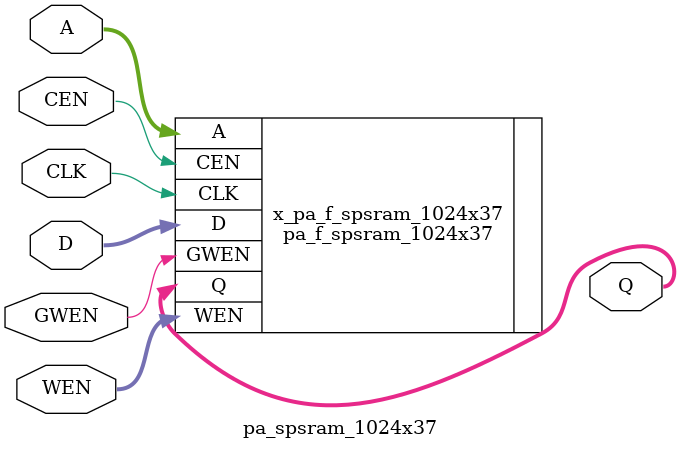
<source format=v>
/*Copyright 2020-2021 T-Head Semiconductor Co., Ltd.

Licensed under the Apache License, Version 2.0 (the "License");
you may not use this file except in compliance with the License.
You may obtain a copy of the License at

    http://www.apache.org/licenses/LICENSE-2.0

Unless required by applicable law or agreed to in writing, software
distributed under the License is distributed on an "AS IS" BASIS,
WITHOUT WARRANTIES OR CONDITIONS OF ANY KIND, either express or implied.
See the License for the specific language governing permissions and
limitations under the License.
*/

// &ModuleBeg; @22
module pa_spsram_1024x37(
  A,
  CEN,
  CLK,
  D,
  GWEN,
  Q,
  WEN
);

// &Ports; @23
input   [9 :0]  A;   
input           CEN; 
input           CLK; 
input   [36:0]  D;   
input           GWEN; 
input   [36:0]  WEN; 
output  [36:0]  Q;   

// &Regs; @24

// &Wires; @25
wire    [9 :0]  A;   
wire            CEN; 
wire            CLK; 
wire    [36:0]  D;   
wire            GWEN; 
wire    [36:0]  Q;   
wire    [36:0]  WEN; 


//**********************************************************
//                  Parameter Definition
//**********************************************************
parameter ADDR_WIDTH = 10;
parameter DATA_WIDTH = 37;
parameter WE_WIDTH   = 37;

// &Force("bus","Q",DATA_WIDTH-1,0); @34
// &Force("bus","WEN",WE_WIDTH-1,0); @35
// &Force("bus","A",ADDR_WIDTH-1,0); @36
// &Force("bus","D",DATA_WIDTH-1,0); @37

  //********************************************************
  //*                        FPGA memory                   *
  //********************************************************
//   &Instance("pa_f_spsram_1024x37"); @43
pa_f_spsram_1024x37  x_pa_f_spsram_1024x37 (
  .A    (A   ),
  .CEN  (CEN ),
  .CLK  (CLK ),
  .D    (D   ),
  .GWEN (GWEN),
  .Q    (Q   ),
  .WEN  (WEN )
);

//   &Instance("pa_tsmc_spsram_1024x37"); @49

// &ModuleEnd; @65
endmodule



</source>
